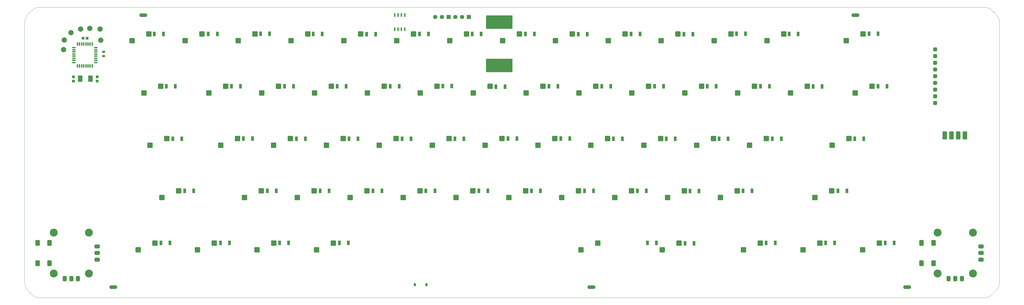
<source format=gbs>
G04 Layer_Color=12632256*
%FSLAX25Y25*%
%MOIN*%
G70*
G01*
G75*
G04:AMPARAMS|DCode=15|XSize=39.37mil|YSize=37.4mil|CornerRadius=0.94mil|HoleSize=0mil|Usage=FLASHONLY|Rotation=0.000|XOffset=0mil|YOffset=0mil|HoleType=Round|Shape=RoundedRectangle|*
%AMROUNDEDRECTD15*
21,1,0.03937,0.03553,0,0,0.0*
21,1,0.03750,0.03740,0,0,0.0*
1,1,0.00187,0.01875,-0.01777*
1,1,0.00187,-0.01875,-0.01777*
1,1,0.00187,-0.01875,0.01777*
1,1,0.00187,0.01875,0.01777*
%
%ADD15ROUNDEDRECTD15*%
%ADD18C,0.07874*%
G04:AMPARAMS|DCode=20|XSize=39.37mil|YSize=37.4mil|CornerRadius=0.94mil|HoleSize=0mil|Usage=FLASHONLY|Rotation=270.000|XOffset=0mil|YOffset=0mil|HoleType=Round|Shape=RoundedRectangle|*
%AMROUNDEDRECTD20*
21,1,0.03937,0.03553,0,0,270.0*
21,1,0.03750,0.03740,0,0,270.0*
1,1,0.00187,-0.01777,-0.01875*
1,1,0.00187,-0.01777,0.01875*
1,1,0.00187,0.01777,0.01875*
1,1,0.00187,0.01777,-0.01875*
%
%ADD20ROUNDEDRECTD20*%
%ADD23R,0.06693X0.09449*%
%ADD36C,0.00394*%
%ADD37O,0.11811X0.05394*%
%ADD38C,0.06299*%
G04:AMPARAMS|DCode=39|XSize=62.99mil|YSize=62.99mil|CornerRadius=1.58mil|HoleSize=0mil|Usage=FLASHONLY|Rotation=180.000|XOffset=0mil|YOffset=0mil|HoleType=Round|Shape=RoundedRectangle|*
%AMROUNDEDRECTD39*
21,1,0.06299,0.05984,0,0,180.0*
21,1,0.05984,0.06299,0,0,180.0*
1,1,0.00315,-0.02992,0.02992*
1,1,0.00315,0.02992,0.02992*
1,1,0.00315,0.02992,-0.02992*
1,1,0.00315,-0.02992,-0.02992*
%
%ADD39ROUNDEDRECTD39*%
%ADD40O,0.03347X0.04921*%
G04:AMPARAMS|DCode=41|XSize=66.93mil|YSize=118.11mil|CornerRadius=6.69mil|HoleSize=0mil|Usage=FLASHONLY|Rotation=0.000|XOffset=0mil|YOffset=0mil|HoleType=Round|Shape=RoundedRectangle|*
%AMROUNDEDRECTD41*
21,1,0.06693,0.10472,0,0,0.0*
21,1,0.05354,0.11811,0,0,0.0*
1,1,0.01339,0.02677,-0.05236*
1,1,0.01339,-0.02677,-0.05236*
1,1,0.01339,-0.02677,0.05236*
1,1,0.01339,0.02677,0.05236*
%
%ADD41ROUNDEDRECTD41*%
G04:AMPARAMS|DCode=42|XSize=66.93mil|YSize=88.58mil|CornerRadius=16.73mil|HoleSize=0mil|Usage=FLASHONLY|Rotation=0.000|XOffset=0mil|YOffset=0mil|HoleType=Round|Shape=RoundedRectangle|*
%AMROUNDEDRECTD42*
21,1,0.06693,0.05512,0,0,0.0*
21,1,0.03347,0.08858,0,0,0.0*
1,1,0.03346,0.01673,-0.02756*
1,1,0.03346,-0.01673,-0.02756*
1,1,0.03346,-0.01673,0.02756*
1,1,0.03346,0.01673,0.02756*
%
%ADD42ROUNDEDRECTD42*%
G04:AMPARAMS|DCode=43|XSize=78.74mil|YSize=59.06mil|CornerRadius=14.76mil|HoleSize=0mil|Usage=FLASHONLY|Rotation=0.000|XOffset=0mil|YOffset=0mil|HoleType=Round|Shape=RoundedRectangle|*
%AMROUNDEDRECTD43*
21,1,0.07874,0.02953,0,0,0.0*
21,1,0.04921,0.05906,0,0,0.0*
1,1,0.02953,0.02461,-0.01476*
1,1,0.02953,-0.02461,-0.01476*
1,1,0.02953,-0.02461,0.01476*
1,1,0.02953,0.02461,0.01476*
%
%ADD43ROUNDEDRECTD43*%
G04:AMPARAMS|DCode=44|XSize=59.06mil|YSize=78.74mil|CornerRadius=14.76mil|HoleSize=0mil|Usage=FLASHONLY|Rotation=0.000|XOffset=0mil|YOffset=0mil|HoleType=Round|Shape=RoundedRectangle|*
%AMROUNDEDRECTD44*
21,1,0.05906,0.04921,0,0,0.0*
21,1,0.02953,0.07874,0,0,0.0*
1,1,0.02953,0.01476,-0.02461*
1,1,0.02953,-0.01476,-0.02461*
1,1,0.02953,-0.01476,0.02461*
1,1,0.02953,0.01476,0.02461*
%
%ADD44ROUNDEDRECTD44*%
%ADD45C,0.11811*%
G04:AMPARAMS|DCode=46|XSize=78.74mil|YSize=78.74mil|CornerRadius=9.84mil|HoleSize=0mil|Usage=FLASHONLY|Rotation=0.000|XOffset=0mil|YOffset=0mil|HoleType=Round|Shape=RoundedRectangle|*
%AMROUNDEDRECTD46*
21,1,0.07874,0.05906,0,0,0.0*
21,1,0.05906,0.07874,0,0,0.0*
1,1,0.01969,0.02953,-0.02953*
1,1,0.01969,-0.02953,-0.02953*
1,1,0.01969,-0.02953,0.02953*
1,1,0.01969,0.02953,0.02953*
%
%ADD46ROUNDEDRECTD46*%
G04:AMPARAMS|DCode=47|XSize=59.06mil|YSize=59.06mil|CornerRadius=14.76mil|HoleSize=0mil|Usage=FLASHONLY|Rotation=270.000|XOffset=0mil|YOffset=0mil|HoleType=Round|Shape=RoundedRectangle|*
%AMROUNDEDRECTD47*
21,1,0.05906,0.02953,0,0,270.0*
21,1,0.02953,0.05906,0,0,270.0*
1,1,0.02953,-0.01476,-0.01476*
1,1,0.02953,-0.01476,0.01476*
1,1,0.02953,0.01476,0.01476*
1,1,0.02953,0.01476,-0.01476*
%
%ADD47ROUNDEDRECTD47*%
%ADD49R,0.02362X0.05709*%
G04:AMPARAMS|DCode=50|XSize=39.37mil|YSize=35.43mil|CornerRadius=0.89mil|HoleSize=0mil|Usage=FLASHONLY|Rotation=180.000|XOffset=0mil|YOffset=0mil|HoleType=Round|Shape=RoundedRectangle|*
%AMROUNDEDRECTD50*
21,1,0.03937,0.03366,0,0,180.0*
21,1,0.03760,0.03543,0,0,180.0*
1,1,0.00177,-0.01880,0.01683*
1,1,0.00177,0.01880,0.01683*
1,1,0.00177,0.01880,-0.01683*
1,1,0.00177,-0.01880,-0.01683*
%
%ADD50ROUNDEDRECTD50*%
%ADD51O,0.05315X0.02165*%
%ADD52O,0.02165X0.05315*%
G04:AMPARAMS|DCode=53|XSize=393.7mil|YSize=196.85mil|CornerRadius=4.92mil|HoleSize=0mil|Usage=FLASHONLY|Rotation=180.000|XOffset=0mil|YOffset=0mil|HoleType=Round|Shape=RoundedRectangle|*
%AMROUNDEDRECTD53*
21,1,0.39370,0.18701,0,0,180.0*
21,1,0.38386,0.19685,0,0,180.0*
1,1,0.00984,-0.19193,0.09350*
1,1,0.00984,0.19193,0.09350*
1,1,0.00984,0.19193,-0.09350*
1,1,0.00984,-0.19193,-0.09350*
%
%ADD53ROUNDEDRECTD53*%
G04:AMPARAMS|DCode=54|XSize=68.9mil|YSize=43.31mil|CornerRadius=1.08mil|HoleSize=0mil|Usage=FLASHONLY|Rotation=270.000|XOffset=0mil|YOffset=0mil|HoleType=Round|Shape=RoundedRectangle|*
%AMROUNDEDRECTD54*
21,1,0.06890,0.04114,0,0,270.0*
21,1,0.06673,0.04331,0,0,270.0*
1,1,0.00217,-0.02057,-0.03337*
1,1,0.00217,-0.02057,0.03337*
1,1,0.00217,0.02057,0.03337*
1,1,0.00217,0.02057,-0.03337*
%
%ADD54ROUNDEDRECTD54*%
D15*
X254295Y832067D02*
D03*
X254295Y825768D02*
D03*
X218862Y832067D02*
D03*
X218862Y825768D02*
D03*
D18*
X204295Y873012D02*
D03*
X259413Y886791D02*
D03*
X215319Y898209D02*
D03*
X205083Y887185D02*
D03*
X258626Y903720D02*
D03*
X229492Y903720D02*
D03*
X243272Y904508D02*
D03*
D20*
X239335Y889941D02*
D03*
X233035Y889941D02*
D03*
D23*
X244256Y829705D02*
D03*
X228902Y829705D02*
D03*
D36*
X1597602Y912776D02*
X1597574Y913788D01*
X1597489Y914798D01*
X1597347Y915801D01*
X1597150Y916794D01*
X1596897Y917775D01*
X1596589Y918740D01*
X1596228Y919687D01*
X1595814Y920611D01*
X1595349Y921511D01*
X1594834Y922384D01*
X1594272Y923226D01*
X1593662Y924035D01*
X1593009Y924809D01*
X1592313Y925545D01*
X1586030Y931828D02*
X1585285Y932522D01*
X1584493Y933160D01*
X1583657Y933741D01*
X1582782Y934260D01*
X1581872Y934716D01*
X1580931Y935105D01*
X1579965Y935426D01*
X1578979Y935678D01*
X1577978Y935859D01*
X1576966Y935968D01*
X1575949Y936004D01*
X1592313Y513392D02*
X1593009Y514128D01*
X1593662Y514902D01*
X1594272Y515711D01*
X1594834Y516553D01*
X1595349Y517426D01*
X1595814Y518326D01*
X1596228Y519250D01*
X1596589Y520197D01*
X1596897Y521162D01*
X1597150Y522143D01*
X1597347Y523136D01*
X1597489Y524139D01*
X1597574Y525149D01*
X1597602Y526161D01*
X1575949Y502933D02*
X1576966Y502969D01*
X1577978Y503078D01*
X1578979Y503259D01*
X1579965Y503511D01*
X1580931Y503832D01*
X1581872Y504221D01*
X1582782Y504677D01*
X1583657Y505196D01*
X1584493Y505777D01*
X1585285Y506415D01*
X1586030Y507109D01*
X146028Y526161D02*
X146056Y525149D01*
X146141Y524139D01*
X146283Y523136D01*
X146480Y522143D01*
X146733Y521162D01*
X147041Y520197D01*
X147402Y519250D01*
X147816Y518326D01*
X148281Y517426D01*
X148796Y516553D01*
X149358Y515711D01*
X149968Y514902D01*
X150621Y514128D01*
X151317Y513392D01*
X157600Y507109D02*
X158345Y506415D01*
X159137Y505777D01*
X159973Y505196D01*
X160848Y504677D01*
X161758Y504221D01*
X162699Y503832D01*
X163664Y503511D01*
X164650Y503259D01*
X165652Y503078D01*
X166664Y502969D01*
X167681Y502933D01*
X167681Y936004D02*
X166664Y935968D01*
X165652Y935859D01*
X164650Y935678D01*
X163664Y935426D01*
X162699Y935105D01*
X161758Y934716D01*
X160848Y934260D01*
X159973Y933741D01*
X159137Y933160D01*
X158345Y932522D01*
X157600Y931828D01*
X151317Y925545D02*
X150621Y924809D01*
X149968Y924035D01*
X149358Y923226D01*
X148796Y922384D01*
X148281Y921511D01*
X147816Y920611D01*
X147402Y919687D01*
X147041Y918740D01*
X146733Y917775D01*
X146480Y916794D01*
X146283Y915801D01*
X146141Y914798D01*
X146056Y913788D01*
X146028Y912776D01*
X146028Y526161D02*
X146028Y912776D01*
X167681Y502933D02*
X1575949Y502933D01*
X1597602Y526161D02*
X1597602Y912776D01*
X167681Y936004D02*
X169256Y936004D01*
X1574374Y936004D01*
X1575949Y936004D01*
X1586030Y931828D02*
X1592313Y925545D01*
X1586030Y507109D02*
X1592313Y513392D01*
X151317Y513392D02*
X157600Y507109D01*
X151317Y925545D02*
X157600Y931828D01*
D37*
X278311Y518681D02*
D03*
X1460201Y518681D02*
D03*
X990122Y518681D02*
D03*
X322799Y924193D02*
D03*
X1383035Y924193D02*
D03*
D38*
X787634Y921437D02*
D03*
X797634Y921437D02*
D03*
X757681Y921437D02*
D03*
X767681Y921437D02*
D03*
D39*
X807634Y921437D02*
D03*
X777681Y921437D02*
D03*
D40*
X744551Y522333D02*
D03*
X727032Y522333D02*
D03*
D41*
X1546047Y744764D02*
D03*
X1526047Y744764D02*
D03*
X1536047Y744764D02*
D03*
X1516047Y744764D02*
D03*
D42*
X1481658Y584626D02*
D03*
X1481658Y554311D02*
D03*
X1499374Y554311D02*
D03*
X1499374Y584626D02*
D03*
X183232Y584626D02*
D03*
X183232Y554311D02*
D03*
X165516Y554311D02*
D03*
X165516Y584626D02*
D03*
D43*
X1570240Y559626D02*
D03*
X1570240Y579311D02*
D03*
X1570240Y569468D02*
D03*
X254098Y569468D02*
D03*
X254098Y579311D02*
D03*
X254098Y559626D02*
D03*
D44*
X1522012Y531083D02*
D03*
X1541697Y531083D02*
D03*
X1531854Y531083D02*
D03*
X215713Y531083D02*
D03*
X225555Y531083D02*
D03*
X205870Y531083D02*
D03*
D45*
X1505673Y599980D02*
D03*
X1558035Y599980D02*
D03*
X1558035Y538957D02*
D03*
X1505673Y538957D02*
D03*
X189532Y538957D02*
D03*
X241894Y538957D02*
D03*
X241894Y599980D02*
D03*
X189532Y599980D02*
D03*
D46*
X1418823Y584350D02*
D03*
X1393823Y574350D02*
D03*
X1305240Y574350D02*
D03*
X1330240Y584350D02*
D03*
X1241658Y584350D02*
D03*
X1216658Y574350D02*
D03*
X974531Y574350D02*
D03*
X999531Y584350D02*
D03*
X1120595Y584350D02*
D03*
X1095595Y574350D02*
D03*
X580831Y574350D02*
D03*
X605831Y584350D02*
D03*
X517248Y584350D02*
D03*
X492248Y574350D02*
D03*
X403665Y574350D02*
D03*
X428665Y584350D02*
D03*
X1347957Y662303D02*
D03*
X1322957Y652303D02*
D03*
X1182209Y652303D02*
D03*
X1207209Y662303D02*
D03*
X1128469Y662303D02*
D03*
X1103469Y652303D02*
D03*
X1024728Y652303D02*
D03*
X1049728Y662303D02*
D03*
X970988Y662303D02*
D03*
X945988Y652303D02*
D03*
X867248Y652303D02*
D03*
X892248Y662303D02*
D03*
X813508Y662303D02*
D03*
X788508Y652303D02*
D03*
X709768Y652303D02*
D03*
X734768Y662303D02*
D03*
X656028Y662303D02*
D03*
X631028Y652303D02*
D03*
X552287Y652303D02*
D03*
X577287Y662303D02*
D03*
X498547Y662303D02*
D03*
X473547Y652303D02*
D03*
X1348547Y730256D02*
D03*
X1373547Y740256D02*
D03*
X1250516Y740256D02*
D03*
X1225516Y730256D02*
D03*
X1146776Y730256D02*
D03*
X1171776Y740256D02*
D03*
X1093035Y740256D02*
D03*
X1068035Y730256D02*
D03*
X989295Y730256D02*
D03*
X1014295Y740256D02*
D03*
X935555Y740256D02*
D03*
X910555Y730256D02*
D03*
X831815Y730256D02*
D03*
X856815Y740256D02*
D03*
X778075Y740256D02*
D03*
X753075Y730256D02*
D03*
X674335Y730256D02*
D03*
X699335Y740256D02*
D03*
X620595Y740256D02*
D03*
X595595Y730256D02*
D03*
X516854Y730256D02*
D03*
X541854Y740256D02*
D03*
X463114Y740256D02*
D03*
X438114Y730256D02*
D03*
X332799Y730256D02*
D03*
X357799Y740256D02*
D03*
X1407996Y818209D02*
D03*
X1382996Y808209D02*
D03*
X1286539Y808209D02*
D03*
X1311539Y818209D02*
D03*
X1232799Y818209D02*
D03*
X1207799Y808209D02*
D03*
X1129059Y808209D02*
D03*
X1154059Y818209D02*
D03*
X1075319Y818209D02*
D03*
X1050319Y808209D02*
D03*
X971579Y808209D02*
D03*
X996579Y818209D02*
D03*
X917839Y818209D02*
D03*
X892839Y808209D02*
D03*
X814098Y808209D02*
D03*
X839098Y818209D02*
D03*
X760358Y818209D02*
D03*
X735358Y808209D02*
D03*
X656618Y808209D02*
D03*
X681618Y818209D02*
D03*
X602878Y818209D02*
D03*
X577878Y808209D02*
D03*
X499138Y808209D02*
D03*
X524138Y818209D02*
D03*
X1276500Y896161D02*
D03*
X1251500Y886161D02*
D03*
X1172760Y886161D02*
D03*
X1197760Y896161D02*
D03*
X1119020Y896161D02*
D03*
X1094020Y886161D02*
D03*
X1015280Y886161D02*
D03*
X1040280Y896161D02*
D03*
X961539Y896161D02*
D03*
X936539Y886161D02*
D03*
X857799Y886161D02*
D03*
X882799Y896161D02*
D03*
X804059Y896161D02*
D03*
X779059Y886161D02*
D03*
X700319Y886161D02*
D03*
X725319Y896161D02*
D03*
X646579Y896161D02*
D03*
X621579Y886161D02*
D03*
X542839Y886161D02*
D03*
X567839Y896161D02*
D03*
X489098Y896161D02*
D03*
X464098Y886161D02*
D03*
X385358Y886161D02*
D03*
X410358Y896161D02*
D03*
X340083Y584350D02*
D03*
X315083Y574350D02*
D03*
X306224Y886161D02*
D03*
X331224Y896161D02*
D03*
X348941Y818209D02*
D03*
X323941Y808209D02*
D03*
X420398Y808209D02*
D03*
X445398Y818209D02*
D03*
X375516Y662303D02*
D03*
X350516Y652303D02*
D03*
X1369610Y886161D02*
D03*
X1394610Y896161D02*
D03*
D47*
X1501736Y873248D02*
D03*
X1501736Y863248D02*
D03*
X1501736Y853248D02*
D03*
X1501736Y843248D02*
D03*
X1501736Y833248D02*
D03*
X1501736Y823248D02*
D03*
X1501736Y813248D02*
D03*
X1501736Y803248D02*
D03*
X1501736Y793248D02*
D03*
D49*
X697189Y924685D02*
D03*
X702189Y924685D02*
D03*
X707189Y924685D02*
D03*
X712189Y924685D02*
D03*
X697189Y903228D02*
D03*
X702189Y903228D02*
D03*
X707189Y903228D02*
D03*
X712189Y903228D02*
D03*
D50*
X263744Y863169D02*
D03*
X263744Y869468D02*
D03*
D51*
X252130Y853720D02*
D03*
X252130Y856870D02*
D03*
X252130Y860020D02*
D03*
X252130Y863169D02*
D03*
X252130Y866319D02*
D03*
X252130Y869468D02*
D03*
X252130Y872618D02*
D03*
X252130Y875768D02*
D03*
X219453Y875768D02*
D03*
X219453Y872618D02*
D03*
X219453Y869468D02*
D03*
X219453Y866319D02*
D03*
X219453Y863169D02*
D03*
X219453Y860020D02*
D03*
X219453Y856870D02*
D03*
X219453Y853720D02*
D03*
D52*
X246815Y881083D02*
D03*
X243665Y881083D02*
D03*
X240516Y881083D02*
D03*
X237366Y881083D02*
D03*
X234216Y881083D02*
D03*
X231067Y881083D02*
D03*
X227917Y881083D02*
D03*
X224768Y881083D02*
D03*
X224768Y848405D02*
D03*
X227917Y848405D02*
D03*
X231067Y848405D02*
D03*
X234216Y848405D02*
D03*
X237366Y848405D02*
D03*
X240516Y848405D02*
D03*
X243665Y848405D02*
D03*
X246815Y848405D02*
D03*
D53*
X852721Y849390D02*
D03*
X852721Y913957D02*
D03*
D54*
X352720Y896240D02*
D03*
X339335Y896240D02*
D03*
X433035Y896240D02*
D03*
X419650Y896240D02*
D03*
X510988Y896634D02*
D03*
X497602Y896634D02*
D03*
X589335Y896240D02*
D03*
X575949Y896240D02*
D03*
X668862Y895846D02*
D03*
X655476Y895846D02*
D03*
X747602Y896240D02*
D03*
X734216Y896240D02*
D03*
X825949Y896240D02*
D03*
X812563Y896240D02*
D03*
X905083Y896240D02*
D03*
X891697Y896240D02*
D03*
X983823Y895846D02*
D03*
X970437Y895846D02*
D03*
X1062563Y896240D02*
D03*
X1049177Y896240D02*
D03*
X1141303Y895846D02*
D03*
X1127917Y895846D02*
D03*
X1219650Y896634D02*
D03*
X1206264Y896634D02*
D03*
X1297996Y896240D02*
D03*
X1284610Y896240D02*
D03*
X1416894Y896634D02*
D03*
X1403508Y896634D02*
D03*
X370437Y818287D02*
D03*
X357051Y818287D02*
D03*
X467681Y818287D02*
D03*
X454295Y818287D02*
D03*
X546421Y818287D02*
D03*
X533035Y818287D02*
D03*
X624768Y818287D02*
D03*
X611382Y818287D02*
D03*
X703902Y818287D02*
D03*
X690516Y818287D02*
D03*
X782248Y818681D02*
D03*
X768862Y818681D02*
D03*
X861382Y817500D02*
D03*
X847996Y817500D02*
D03*
X940122Y818287D02*
D03*
X926736Y818287D02*
D03*
X1018862Y818287D02*
D03*
X1005476Y818287D02*
D03*
X1097602Y818287D02*
D03*
X1084216Y818287D02*
D03*
X1175949Y818287D02*
D03*
X1162563Y818287D02*
D03*
X1255083Y818287D02*
D03*
X1241697Y818287D02*
D03*
X1333429Y817894D02*
D03*
X1320043Y817894D02*
D03*
X1430280Y818287D02*
D03*
X1416894Y818287D02*
D03*
X380279Y739941D02*
D03*
X366894Y739941D02*
D03*
X485398Y740335D02*
D03*
X472012Y740335D02*
D03*
X564138Y739941D02*
D03*
X550752Y739941D02*
D03*
X642484Y739941D02*
D03*
X629098Y739941D02*
D03*
X721618Y739941D02*
D03*
X708232Y739941D02*
D03*
X800358Y739941D02*
D03*
X786972Y739941D02*
D03*
X879098Y740335D02*
D03*
X865713Y740335D02*
D03*
X957839Y740335D02*
D03*
X944453Y740335D02*
D03*
X1036185Y739941D02*
D03*
X1022799Y739941D02*
D03*
X1114925Y739941D02*
D03*
X1101539Y739941D02*
D03*
X1193665Y739941D02*
D03*
X1180280Y739941D02*
D03*
X1272799Y739941D02*
D03*
X1259413Y739941D02*
D03*
X1395634Y739941D02*
D03*
X1382248Y739941D02*
D03*
X397996Y662382D02*
D03*
X384610Y662382D02*
D03*
X520831Y662382D02*
D03*
X507445Y662382D02*
D03*
X599571Y662382D02*
D03*
X586185Y662382D02*
D03*
X678311Y662382D02*
D03*
X664925Y662382D02*
D03*
X757051Y662382D02*
D03*
X743665Y662382D02*
D03*
X835791Y662382D02*
D03*
X822406Y662382D02*
D03*
X914138Y662382D02*
D03*
X900752Y662382D02*
D03*
X993272Y662382D02*
D03*
X979886Y662382D02*
D03*
X1072012Y662382D02*
D03*
X1058626Y662382D02*
D03*
X1150358Y661988D02*
D03*
X1136972Y661988D02*
D03*
X1229098Y662382D02*
D03*
X1215713Y662382D02*
D03*
X1370437Y662382D02*
D03*
X1357051Y662382D02*
D03*
X362563Y584429D02*
D03*
X349177Y584429D02*
D03*
X451146Y584429D02*
D03*
X437760Y584429D02*
D03*
X539335Y584429D02*
D03*
X525949Y584429D02*
D03*
X628311Y584429D02*
D03*
X614925Y584429D02*
D03*
X1086972Y584429D02*
D03*
X1073587Y584429D02*
D03*
X1142878Y584035D02*
D03*
X1129492Y584035D02*
D03*
X1263744Y584429D02*
D03*
X1250358Y584429D02*
D03*
X1352327Y584429D02*
D03*
X1338941Y584429D02*
D03*
X1440909Y584429D02*
D03*
X1427524Y584429D02*
D03*
M02*

</source>
